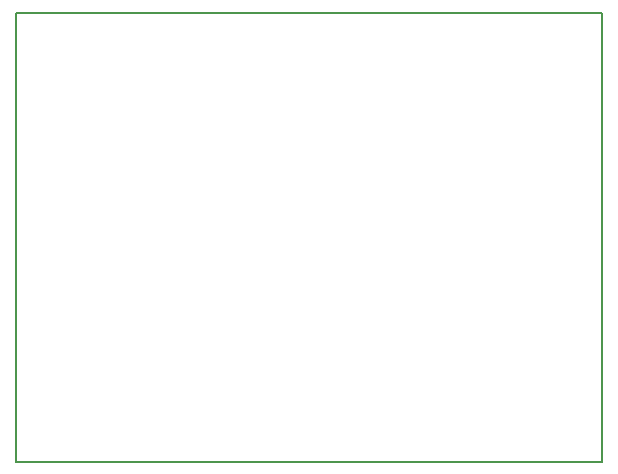
<source format=gm1>
G04 #@! TF.GenerationSoftware,KiCad,Pcbnew,7.0.0-da2b9df05c~163~ubuntu22.04.1*
G04 #@! TF.CreationDate,2023-03-12T18:54:24+00:00*
G04 #@! TF.ProjectId,userioswitchhdr,75736572-696f-4737-9769-746368686472,rev?*
G04 #@! TF.SameCoordinates,Original*
G04 #@! TF.FileFunction,Profile,NP*
%FSLAX46Y46*%
G04 Gerber Fmt 4.6, Leading zero omitted, Abs format (unit mm)*
G04 Created by KiCad (PCBNEW 7.0.0-da2b9df05c~163~ubuntu22.04.1) date 2023-03-12 18:54:24*
%MOMM*%
%LPD*%
G01*
G04 APERTURE LIST*
G04 #@! TA.AperFunction,Profile*
%ADD10C,0.200000*%
G04 #@! TD*
G04 APERTURE END LIST*
D10*
X177730000Y-71250000D02*
X227350000Y-71250000D01*
X227350000Y-71250000D02*
X227350000Y-109250000D01*
X227350000Y-109250000D02*
X177730000Y-109250000D01*
X177730000Y-109250000D02*
X177730000Y-71250000D01*
M02*

</source>
